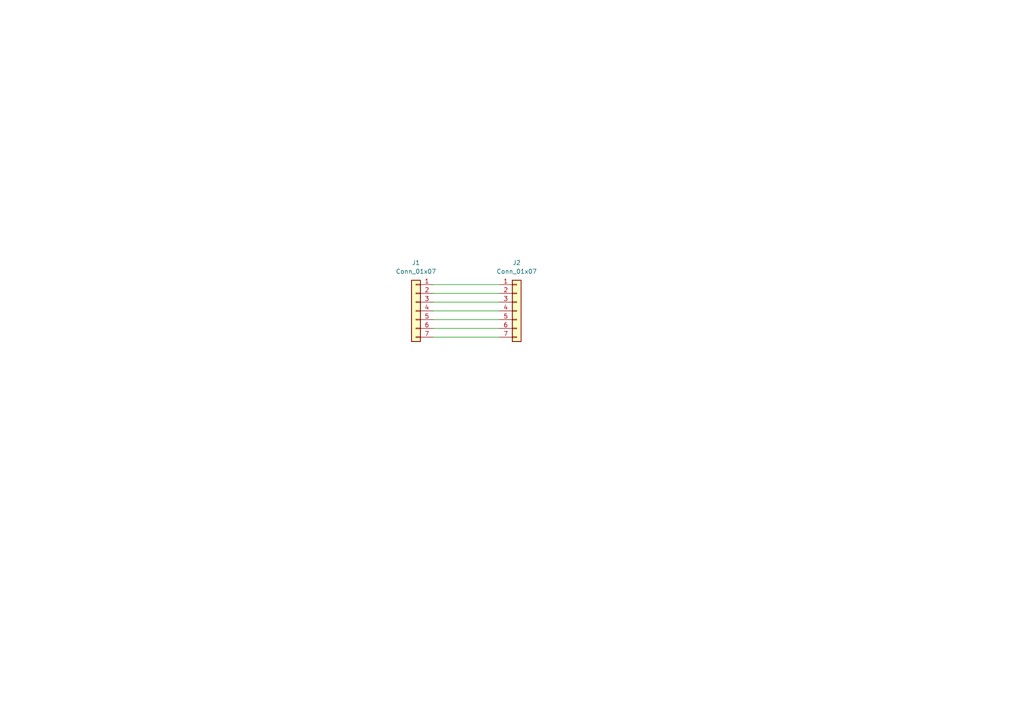
<source format=kicad_sch>
(kicad_sch (version 20230121) (generator eeschema)
  (paper "A4")
  (lib_symbols
    (symbol "Connector_Generic:Conn_01x07" (pin_names (offset 1.016) hide)
      (property "Reference" "J" (at 0 10.16 0))
      (property "Value" "Conn_01x07" (at 0 -10.16 0))
      (symbol "Conn_01x07_1_1"
        (rectangle (start -1.27 -7.493) (end 0 -7.747) (stroke (width 0.1524)))
        (rectangle (start -1.27 -4.953) (end 0 -5.207) (stroke (width 0.1524)))
        (rectangle (start -1.27 -2.413) (end 0 -2.667) (stroke (width 0.1524)))
        (rectangle (start -1.27 0.127) (end 0 -0.127) (stroke (width 0.1524)))
        (rectangle (start -1.27 2.667) (end 0 2.413) (stroke (width 0.1524)))
        (rectangle (start -1.27 5.207) (end 0 4.953) (stroke (width 0.1524)))
        (rectangle (start -1.27 7.747) (end 0 7.493) (stroke (width 0.1524)))
        (rectangle (start -1.27 8.89) (end 1.27 -8.89) (stroke (width 0.254)) (fill (type background)))
        (pin passive line (at -5.08 7.62 0) (length 3.81) (name "Pin_1") (number "1"))
        (pin passive line (at -5.08 5.08 0) (length 3.81) (name "Pin_2") (number "2"))
        (pin passive line (at -5.08 2.54 0) (length 3.81) (name "Pin_3") (number "3"))
        (pin passive line (at -5.08 0 0) (length 3.81) (name "Pin_4") (number "4"))
        (pin passive line (at -5.08 -2.54 0) (length 3.81) (name "Pin_5") (number "5"))
        (pin passive line (at -5.08 -5.08 0) (length 3.81) (name "Pin_6") (number "6"))
        (pin passive line (at -5.08 -7.62 0) (length 3.81) (name "Pin_7") (number "7"))
      )
    )
  )
  (wire (pts (xy 125.73 90.17) (xy 144.78 90.17)))
  (wire (pts (xy 125.73 85.09) (xy 144.78 85.09)))
  (wire (pts (xy 125.73 87.63) (xy 144.78 87.63)))
  (wire (pts (xy 125.73 92.71) (xy 144.78 92.71)))
  (wire (pts (xy 125.73 95.25) (xy 144.78 95.25)))
  (wire (pts (xy 125.73 82.55) (xy 144.78 82.55)))
  (wire (pts (xy 125.73 97.79) (xy 144.78 97.79)))
  (symbol (lib_id "Connector_Generic:Conn_01x07") (at 120.65 90.17 0) (mirror y) (unit 1)
    (property "Reference" "J1" (at 120.65 76.2 0))
    (property "Value" "Conn_01x07" (at 120.65 78.74 0))
    (property "Footprint" "Connector_PinHeader_2.54mm:PinHeader_1x07_P2.54mm_Vertical" (effects hide))
  )
  (symbol (lib_id "Connector_Generic:Conn_01x07") (at 149.86 90.17 0) (unit 1)
    (property "Reference" "J2" (at 149.86 76.2 0))
    (property "Value" "Conn_01x07" (at 149.86 78.74 0))
    (property "Footprint" "Connector_PinHeader_2.54mm:PinHeader_1x07_P2.54mm_Vertical" (effects hide))
  )
)
</source>
